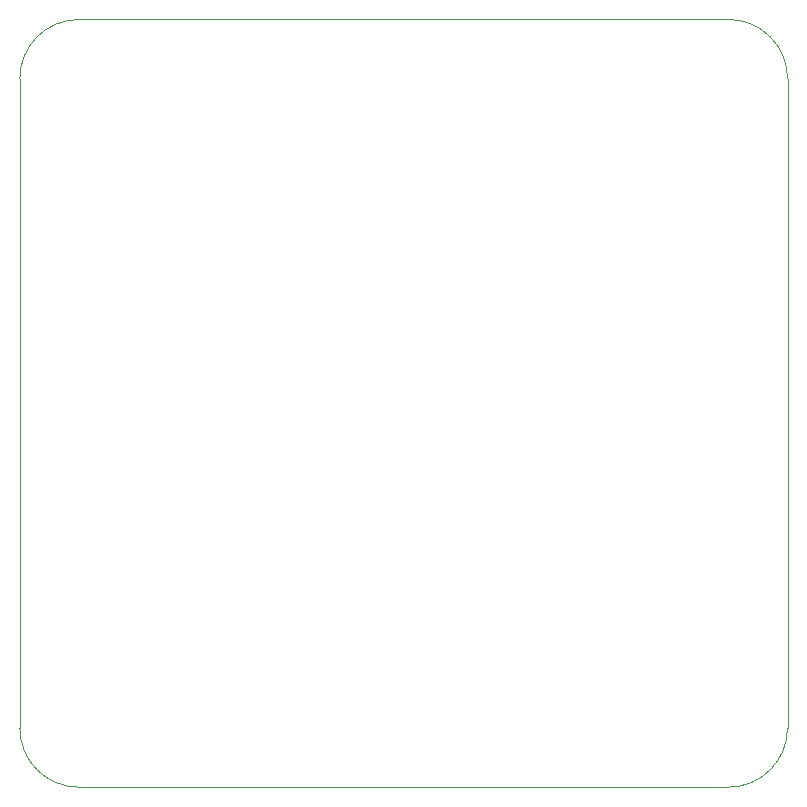
<source format=gbr>
%TF.GenerationSoftware,KiCad,Pcbnew,7.0.2*%
%TF.CreationDate,2024-03-05T23:41:02-06:00*%
%TF.ProjectId,AES_Test_Board,4145535f-5465-4737-945f-426f6172642e,rev?*%
%TF.SameCoordinates,Original*%
%TF.FileFunction,Profile,NP*%
%FSLAX46Y46*%
G04 Gerber Fmt 4.6, Leading zero omitted, Abs format (unit mm)*
G04 Created by KiCad (PCBNEW 7.0.2) date 2024-03-05 23:41:02*
%MOMM*%
%LPD*%
G01*
G04 APERTURE LIST*
%TA.AperFunction,Profile*%
%ADD10C,0.100000*%
%TD*%
G04 APERTURE END LIST*
D10*
X142500000Y-120000000D02*
X87500000Y-120000000D01*
X82500000Y-115000000D02*
X82500000Y-60000000D01*
X87500000Y-55000000D02*
X142500000Y-55000000D01*
X142500000Y-120000000D02*
G75*
G03*
X147500000Y-115000000I0J5000000D01*
G01*
X147500000Y-60000000D02*
X147500000Y-115000000D01*
X87500000Y-55000000D02*
G75*
G03*
X82500000Y-60000000I0J-5000000D01*
G01*
X82500000Y-115000000D02*
G75*
G03*
X87500000Y-120000000I5000000J0D01*
G01*
X147500000Y-60000000D02*
G75*
G03*
X142500000Y-55000000I-5000000J0D01*
G01*
M02*

</source>
